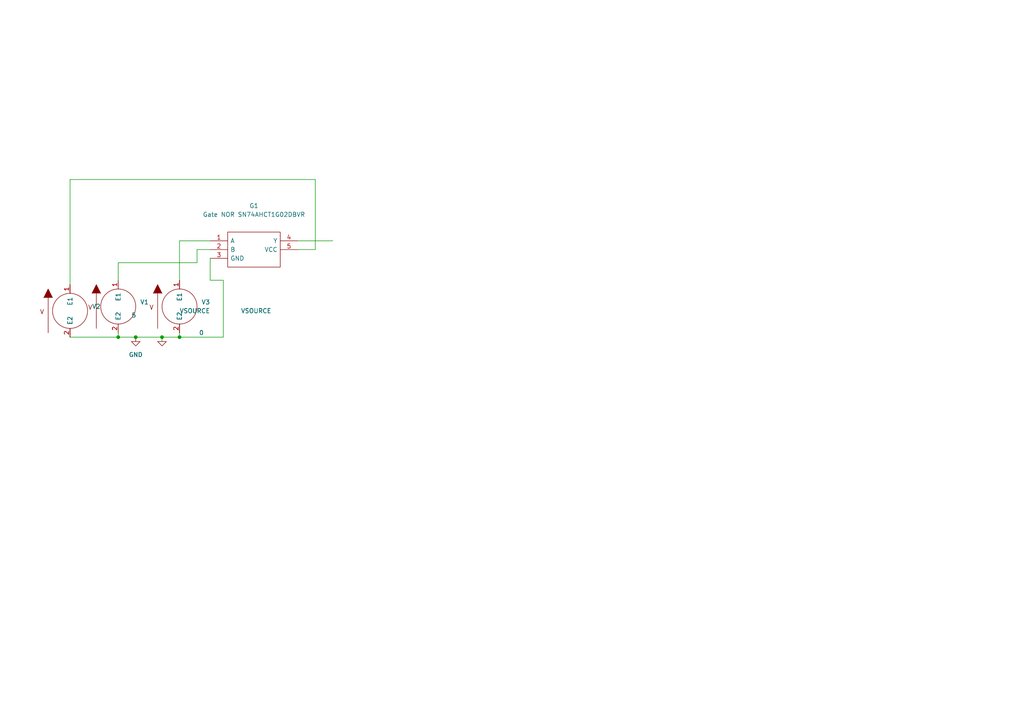
<source format=kicad_sch>
(kicad_sch (version 20211123) (generator eeschema)
  (paper "A4")
  (lib_symbols
    (symbol "EPSA_lib:Gate NOR SN74AHCT1G02DBVR" (pin_names (offset 0.762))
      (property "Reference" "G" (at 31.75 8.89 0))
      (property "Value" "Gate NOR SN74AHCT1G02DBVR" (at 31.75 6.35 0))
      (property "Spice_Lib_File" "${EPSA}\\SpiceModel\\NOR_SN74AHCT1G02.lib" (at 31.75 13.97 0))
      (symbol "Gate NOR SN74AHCT1G02DBVR_0_0"
        (pin passive line (at 0 0 0) (length 5.08) (name "A") (number "1"))
        (pin passive line (at 0 -2.54 0) (length 5.08) (name "B") (number "2"))
        (pin passive line (at 0 -5.08 0) (length 5.08) (name "GND") (number "3"))
        (pin passive line (at 25.4 0 180) (length 5.08) (name "Y") (number "4"))
        (pin passive line (at 25.4 -2.54 180) (length 5.08) (name "VCC") (number "5"))
      )
      (symbol "Gate NOR SN74AHCT1G02DBVR_0_1"
        (polyline (pts (xy 5.08 2.54) (xy 20.32 2.54) (xy 20.32 -7.62) (xy 5.08 -7.62) (xy 5.08 2.54)) (stroke (width 0.1524)))
      )
    )
    (symbol "power:GND" (power) (pin_names (offset 0))
      (property "Value" "GND" (at 0 -3.81 0))
      (symbol "GND_0_1"
        (polyline (pts (xy 0 0) (xy 0 -1.27) (xy 1.27 -1.27) (xy 0 -2.54) (xy -1.27 -1.27) (xy 0 -1.27)))
      )
      (symbol "GND_1_1"
        (pin power_in line (at 0 0 270) (length 0) hide (name "GND") (number "1"))
      )
    )
    (symbol "pspice:0" (power) (pin_names (offset 0))
      (property "Value" "0" (at 0 -1.778 0))
      (symbol "0_0_1"
        (polyline (pts (xy -1.27 0) (xy 0 -1.27) (xy 1.27 0) (xy -1.27 0)))
      )
      (symbol "0_1_1"
        (pin power_in line (at 0 0 0) (length 0) hide (name "0") (number "1"))
      )
    )
    (symbol "pspice:VSOURCE" (pin_names (offset 1.016))
      (property "Reference" "V" (at -6.35 7.62 0))
      (property "Value" "VSOURCE" (at 0 0 0))
      (symbol "VSOURCE_0_1"
        (polyline (pts (xy -6.35 -6.35) (xy -6.35 3.81)) (fill (type outline)))
        (polyline (pts (xy -7.62 3.81) (xy -6.35 6.35) (xy -5.08 3.81)) (fill (type outline)))
        (circle (center 0 0) (radius 5.08))
        (text "V" (at -8.128 -0.254 0) (effects (font (size 1.27 1.27))))
      )
      (symbol "VSOURCE_1_1"
        (pin input line (at 0 7.62 270) (length 2.54) (name "E1") (number "1"))
        (pin input line (at 0 -7.62 90) (length 2.54) (name "E2") (number "2"))
      )
    )
  )
  (junction (at 46.99 97.79))
  (junction (at 52.07 97.79))
  (junction (at 34.29 97.79))
  (junction (at 39.37 97.79))
  (wire (pts (xy 34.29 96.52) (xy 34.29 97.79)))
  (wire (pts (xy 46.99 97.79) (xy 52.07 97.79)))
  (wire (pts (xy 46.99 97.79) (xy 46.99 99.06)))
  (wire (pts (xy 52.07 81.28) (xy 52.07 69.85)))
  (wire (pts (xy 20.32 97.79) (xy 34.29 97.79)))
  (wire (pts (xy 34.29 97.79) (xy 39.37 97.79)))
  (wire (pts (xy 57.15 72.39) (xy 60.96 72.39)))
  (wire (pts (xy 34.29 76.2) (xy 34.29 81.28)))
  (wire (pts (xy 60.96 74.93) (xy 60.96 81.28)))
  (wire (pts (xy 52.07 69.85) (xy 60.96 69.85)))
  (wire (pts (xy 60.96 81.28) (xy 64.77 81.28)))
  (wire (pts (xy 86.36 69.85) (xy 96.52 69.85)))
  (wire (pts (xy 52.07 96.52) (xy 52.07 97.79)))
  (wire (pts (xy 91.44 72.39) (xy 91.44 52.07)))
  (wire (pts (xy 39.37 97.79) (xy 46.99 97.79)))
  (wire (pts (xy 20.32 82.55) (xy 20.32 52.07)))
  (wire (pts (xy 86.36 72.39) (xy 91.44 72.39)))
  (wire (pts (xy 52.07 97.79) (xy 64.77 97.79)))
  (wire (pts (xy 20.32 52.07) (xy 91.44 52.07)))
  (wire (pts (xy 57.15 76.2) (xy 57.15 72.39)))
  (wire (pts (xy 64.77 97.79) (xy 64.77 81.28)))
  (wire (pts (xy 34.29 76.2) (xy 57.15 76.2)))
  (symbol (lib_id "pspice:VSOURCE") (at 20.32 90.17 0) (unit 1)
    (property "Reference" "V2" (at 26.67 88.8999 0) (effects (justify left)))
    (property "Value" "VSOURCE" (at 38.1 91.4399 0) (effects (justify left)))
    (property "Spice_Primitive" "V" (effects hide))
    (property "Spice_Model" "dc 5" (effects hide))
    (property "Spice_Netlist_Enabled" "Y" (effects hide))
  )
  (symbol (lib_id "pspice:VSOURCE") (at 52.07 88.9 0) (unit 1)
    (property "Reference" "V3" (at 58.42 87.6299 0) (effects (justify left)))
    (property "Value" "VSOURCE" (at 69.85 90.1699 0) (effects (justify left)))
    (property "Spice_Primitive" "V" (effects hide))
    (property "Spice_Model" "dc 5 pulse(0 5 1 100m 100m 2 4)" (effects hide))
    (property "Spice_Netlist_Enabled" "Y" (effects hide))
  )
  (symbol (lib_id "EPSA_lib:Gate NOR SN74AHCT1G02DBVR") (at 60.96 69.85 0) (unit 1)
    (property "Reference" "G1" (at 73.66 59.69 0))
    (property "Value" "Gate NOR SN74AHCT1G02DBVR" (at 73.66 62.23 0))
    (property "Footprint" "SOT95P280X145-5N" (effects hide))
    (property "Datasheet" "http://www.ti.com/general/docs/suppproductinfo.tsp?distId=10&gotoUrl=http%3A%2F%2Fwww.ti.com%2Flit%2Fgpn%2Fsn74ahct1g02" (effects hide))
    (property "Description" "Single 2-Input Positive-NOR Gate" (effects hide))
    (property "Height" "1.45" (effects hide))
    (property "Manufacturer_Name" "Texas Instruments" (effects hide))
    (property "Manufacturer_Part_Number" "SN74AHCT1G02DBVR" (effects hide))
    (property "Mouser Part Number" "595-SN74AHCT1G02DBVR" (effects hide))
    (property "Mouser Price/Stock" "https://www.mouser.co.uk/ProductDetail/Texas-Instruments/SN74AHCT1G02DBVR?qs=5BZzbFV4k2slAKEMAKirRQ%3D%3D" (effects hide))
    (property "Arrow Part Number" "SN74AHCT1G02DBVR" (effects hide))
    (property "Arrow Price/Stock" "https://www.arrow.com/en/products/sn74ahct1g02dbvr/texas-instruments?region=nac" (effects hide))
    (property "Spice_Primitive" "X" (effects hide))
    (property "Spice_Model" "SN74AHCT1G02" (effects hide))
    (property "Spice_Netlist_Enabled" "Y" (effects hide))
    (property "Spice_Node_Sequence" "4,1,2,5,3" (effects hide))
    (property "Spice_Lib_File" "${EPSA}\\SpiceModel\\NOR_SN74AHCT1G02.lib" (at 73.66 64.77 0))
  )
  (symbol (lib_id "pspice:0") (at 46.99 99.06 0) (unit 1)
    (property "Reference" "#GND01" (effects hide))
    (property "Value" "0" (at 58.42 96.52 0))
  )
  (symbol (lib_id "pspice:VSOURCE") (at 34.29 88.9 0) (unit 1)
    (property "Reference" "V1" (at 40.64 87.6299 0) (effects (justify left)))
    (property "Value" "VSOURCE" (at 52.07 90.1699 0) (effects (justify left)))
    (property "Spice_Primitive" "V" (effects hide))
    (property "Spice_Model" "dc 5 pulse(0 5 2 100m 100m 2 4)" (effects hide))
    (property "Spice_Netlist_Enabled" "Y" (effects hide))
  )
  (symbol (lib_id "power:GND") (at 39.37 97.79 0) (unit 1)
    (property "Reference" "#PWR01" (effects hide))
    (property "Value" "GND" (at 39.37 102.87 0))
  )
)
</source>
